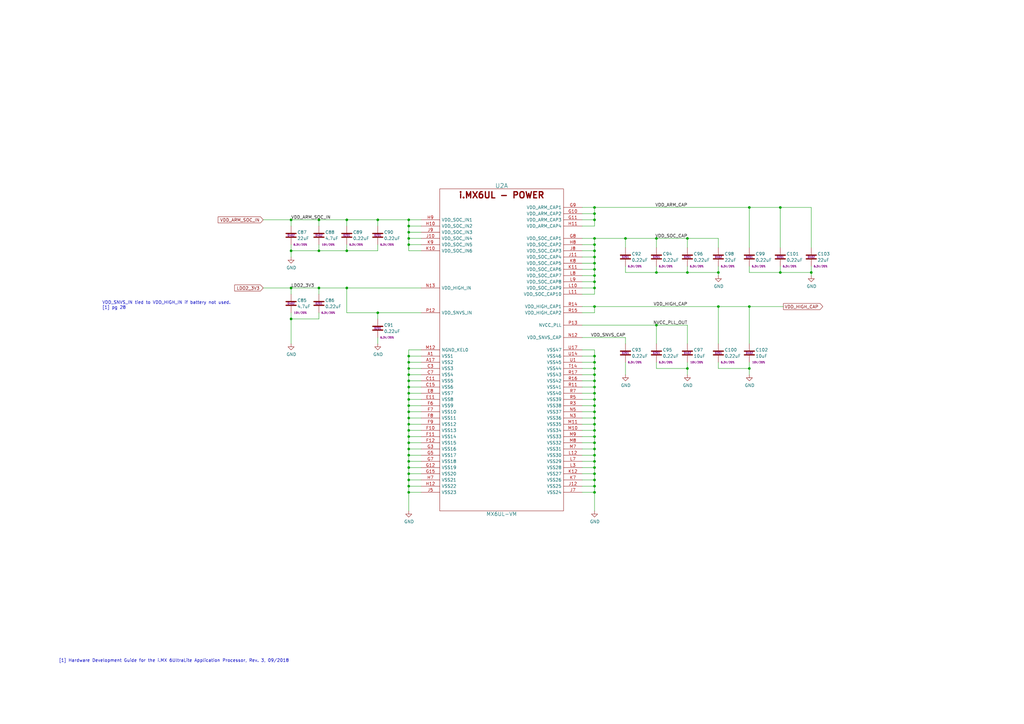
<source format=kicad_sch>
(kicad_sch (version 20230121) (generator eeschema)
  (paper "A3")
  (title_block (title "USB armory Mk II LAN") (date "2023-10-02") (rev "β") (company "WithSecure") (comment 1 "Copyright (c) The USB armory authors") (comment 2 "License: CERN-OHL-S") (comment 3 "https://github.com/usbarmory/usbarmory"))
  (junction (at 269.24 133.35))
  (junction (at 130.81 118.11))
  (junction (at 243.84 105.41))
  (junction (at 167.64 173.99))
  (junction (at 167.64 166.37))
  (junction (at 119.38 90.17))
  (junction (at 243.84 110.49))
  (junction (at 154.94 128.27))
  (junction (at 154.94 90.17))
  (junction (at 167.64 163.83))
  (junction (at 167.64 100.33))
  (junction (at 167.64 201.93))
  (junction (at 167.64 176.53))
  (junction (at 167.64 191.77))
  (junction (at 281.94 111.76))
  (junction (at 269.24 111.76))
  (junction (at 243.84 191.77))
  (junction (at 243.84 184.15))
  (junction (at 167.64 194.31))
  (junction (at 307.34 151.13))
  (junction (at 320.04 85.09))
  (junction (at 332.74 111.76))
  (junction (at 243.84 173.99))
  (junction (at 167.64 189.23))
  (junction (at 119.38 118.11))
  (junction (at 243.84 107.95))
  (junction (at 167.64 151.13))
  (junction (at 167.64 171.45))
  (junction (at 307.34 125.73))
  (junction (at 243.84 97.79))
  (junction (at 243.84 194.31))
  (junction (at 307.34 85.09))
  (junction (at 167.64 153.67))
  (junction (at 243.84 201.93))
  (junction (at 243.84 115.57))
  (junction (at 167.64 92.71))
  (junction (at 243.84 125.73))
  (junction (at 167.64 196.85))
  (junction (at 167.64 199.39))
  (junction (at 142.24 102.87))
  (junction (at 167.64 179.07))
  (junction (at 243.84 179.07))
  (junction (at 243.84 156.21))
  (junction (at 119.38 102.87))
  (junction (at 281.94 97.79))
  (junction (at 167.64 181.61))
  (junction (at 243.84 176.53))
  (junction (at 294.64 111.76))
  (junction (at 243.84 100.33))
  (junction (at 243.84 168.91))
  (junction (at 167.64 186.69))
  (junction (at 243.84 199.39))
  (junction (at 167.64 168.91))
  (junction (at 256.54 97.79))
  (junction (at 167.64 148.59))
  (junction (at 142.24 118.11))
  (junction (at 167.64 156.21))
  (junction (at 269.24 97.79))
  (junction (at 243.84 166.37))
  (junction (at 243.84 102.87))
  (junction (at 142.24 90.17))
  (junction (at 281.94 151.13))
  (junction (at 294.64 125.73))
  (junction (at 243.84 161.29))
  (junction (at 243.84 118.11))
  (junction (at 130.81 90.17))
  (junction (at 243.84 90.17))
  (junction (at 167.64 161.29))
  (junction (at 130.81 102.87))
  (junction (at 243.84 85.09))
  (junction (at 167.64 95.25))
  (junction (at 243.84 171.45))
  (junction (at 243.84 148.59))
  (junction (at 119.38 130.81))
  (junction (at 320.04 111.76))
  (junction (at 167.64 97.79))
  (junction (at 243.84 186.69))
  (junction (at 167.64 158.75))
  (junction (at 243.84 113.03))
  (junction (at 243.84 146.05))
  (junction (at 167.64 184.15))
  (junction (at 243.84 189.23))
  (junction (at 243.84 196.85))
  (junction (at 243.84 153.67))
  (junction (at 167.64 146.05))
  (junction (at 243.84 181.61))
  (junction (at 167.64 90.17))
  (junction (at 243.84 151.13))
  (junction (at 243.84 158.75))
  (junction (at 243.84 163.83))
  (junction (at 243.84 87.63))
  (wire (pts (xy 167.64 184.15) (xy 167.64 186.69)))
  (wire (pts (xy 243.84 105.41) (xy 243.84 102.87)))
  (wire (pts (xy 243.84 163.83) (xy 243.84 166.37)))
  (wire (pts (xy 130.81 90.17) (xy 119.38 90.17)))
  (wire (pts (xy 119.38 130.81) (xy 130.81 130.81)))
  (wire (pts (xy 243.84 201.93) (xy 243.84 209.55)))
  (wire (pts (xy 167.64 148.59) (xy 167.64 151.13)))
  (wire (pts (xy 256.54 138.43) (xy 256.54 140.97)))
  (wire (pts (xy 172.72 173.99) (xy 167.64 173.99)))
  (wire (pts (xy 172.72 97.79) (xy 167.64 97.79)))
  (wire (pts (xy 269.24 97.79) (xy 269.24 101.6)))
  (wire (pts (xy 167.64 102.87) (xy 167.64 100.33)))
  (wire (pts (xy 167.64 161.29) (xy 167.64 163.83)))
  (wire (pts (xy 167.64 166.37) (xy 167.64 168.91)))
  (wire (pts (xy 238.76 153.67) (xy 243.84 153.67)))
  (wire (pts (xy 307.34 140.97) (xy 307.34 125.73)))
  (wire (pts (xy 238.76 102.87) (xy 243.84 102.87)))
  (wire (pts (xy 238.76 105.41) (xy 243.84 105.41)))
  (wire (pts (xy 172.72 181.61) (xy 167.64 181.61)))
  (wire (pts (xy 307.34 148.59) (xy 307.34 151.13)))
  (wire (pts (xy 243.84 97.79) (xy 256.54 97.79)))
  (wire (pts (xy 269.24 133.35) (xy 281.94 133.35)))
  (wire (pts (xy 238.76 120.65) (xy 243.84 120.65)))
  (wire (pts (xy 243.84 199.39) (xy 243.84 201.93)))
  (wire (pts (xy 238.76 138.43) (xy 256.54 138.43)))
  (wire (pts (xy 238.76 148.59) (xy 243.84 148.59)))
  (wire (pts (xy 238.76 171.45) (xy 243.84 171.45)))
  (wire (pts (xy 167.64 100.33) (xy 167.64 97.79)))
  (wire (pts (xy 154.94 128.27) (xy 172.72 128.27)))
  (wire (pts (xy 238.76 184.15) (xy 243.84 184.15)))
  (wire (pts (xy 130.81 90.17) (xy 142.24 90.17)))
  (wire (pts (xy 172.72 194.31) (xy 167.64 194.31)))
  (wire (pts (xy 238.76 189.23) (xy 243.84 189.23)))
  (wire (pts (xy 130.81 100.33) (xy 130.81 102.87)))
  (wire (pts (xy 167.64 163.83) (xy 167.64 166.37)))
  (wire (pts (xy 238.76 168.91) (xy 243.84 168.91)))
  (wire (pts (xy 243.84 191.77) (xy 243.84 194.31)))
  (wire (pts (xy 238.76 186.69) (xy 243.84 186.69)))
  (wire (pts (xy 243.84 125.73) (xy 294.64 125.73)))
  (wire (pts (xy 243.84 186.69) (xy 243.84 189.23)))
  (wire (pts (xy 269.24 151.13) (xy 281.94 151.13)))
  (wire (pts (xy 172.72 158.75) (xy 167.64 158.75)))
  (wire (pts (xy 172.72 199.39) (xy 167.64 199.39)))
  (wire (pts (xy 269.24 140.97) (xy 269.24 133.35)))
  (wire (pts (xy 172.72 161.29) (xy 167.64 161.29)))
  (wire (pts (xy 130.81 120.65) (xy 130.81 118.11)))
  (wire (pts (xy 238.76 191.77) (xy 243.84 191.77)))
  (wire (pts (xy 172.72 92.71) (xy 167.64 92.71)))
  (wire (pts (xy 167.64 92.71) (xy 167.64 90.17)))
  (wire (pts (xy 142.24 92.71) (xy 142.24 90.17)))
  (wire (pts (xy 332.74 85.09) (xy 332.74 101.6)))
  (wire (pts (xy 172.72 168.91) (xy 167.64 168.91)))
  (wire (pts (xy 281.94 109.22) (xy 281.94 111.76)))
  (wire (pts (xy 107.95 118.11) (xy 119.38 118.11)))
  (wire (pts (xy 154.94 92.71) (xy 154.94 90.17)))
  (wire (pts (xy 281.94 111.76) (xy 294.64 111.76)))
  (wire (pts (xy 256.54 111.76) (xy 269.24 111.76)))
  (wire (pts (xy 238.76 166.37) (xy 243.84 166.37)))
  (wire (pts (xy 119.38 102.87) (xy 130.81 102.87)))
  (wire (pts (xy 167.64 189.23) (xy 167.64 191.77)))
  (wire (pts (xy 320.04 111.76) (xy 332.74 111.76)))
  (wire (pts (xy 172.72 166.37) (xy 167.64 166.37)))
  (wire (pts (xy 238.76 146.05) (xy 243.84 146.05)))
  (wire (pts (xy 243.84 173.99) (xy 243.84 176.53)))
  (wire (pts (xy 172.72 102.87) (xy 167.64 102.87)))
  (wire (pts (xy 142.24 128.27) (xy 142.24 118.11)))
  (wire (pts (xy 238.76 113.03) (xy 243.84 113.03)))
  (wire (pts (xy 243.84 120.65) (xy 243.84 118.11)))
  (wire (pts (xy 167.64 201.93) (xy 167.64 209.55)))
  (wire (pts (xy 238.76 128.27) (xy 243.84 128.27)))
  (wire (pts (xy 130.81 92.71) (xy 130.81 90.17)))
  (wire (pts (xy 238.76 158.75) (xy 243.84 158.75)))
  (wire (pts (xy 243.84 128.27) (xy 243.84 125.73)))
  (wire (pts (xy 281.94 97.79) (xy 294.64 97.79)))
  (wire (pts (xy 172.72 148.59) (xy 167.64 148.59)))
  (wire (pts (xy 243.84 107.95) (xy 243.84 105.41)))
  (wire (pts (xy 238.76 133.35) (xy 269.24 133.35)))
  (wire (pts (xy 172.72 163.83) (xy 167.64 163.83)))
  (wire (pts (xy 167.64 168.91) (xy 167.64 171.45)))
  (wire (pts (xy 142.24 100.33) (xy 142.24 102.87)))
  (wire (pts (xy 119.38 90.17) (xy 107.95 90.17)))
  (wire (pts (xy 167.64 173.99) (xy 167.64 176.53)))
  (wire (pts (xy 119.38 90.17) (xy 119.38 92.71)))
  (wire (pts (xy 167.64 90.17) (xy 154.94 90.17)))
  (wire (pts (xy 243.84 171.45) (xy 243.84 173.99)))
  (wire (pts (xy 243.84 156.21) (xy 243.84 158.75)))
  (wire (pts (xy 142.24 90.17) (xy 154.94 90.17)))
  (wire (pts (xy 119.38 120.65) (xy 119.38 118.11)))
  (wire (pts (xy 238.76 196.85) (xy 243.84 196.85)))
  (wire (pts (xy 332.74 113.03) (xy 332.74 111.76)))
  (wire (pts (xy 320.04 85.09) (xy 332.74 85.09)))
  (wire (pts (xy 238.76 201.93) (xy 243.84 201.93)))
  (wire (pts (xy 172.72 156.21) (xy 167.64 156.21)))
  (wire (pts (xy 238.76 163.83) (xy 243.84 163.83)))
  (wire (pts (xy 172.72 153.67) (xy 167.64 153.67)))
  (wire (pts (xy 243.84 166.37) (xy 243.84 168.91)))
  (wire (pts (xy 294.64 148.59) (xy 294.64 151.13)))
  (wire (pts (xy 243.84 85.09) (xy 307.34 85.09)))
  (wire (pts (xy 294.64 111.76) (xy 294.64 113.03)))
  (wire (pts (xy 256.54 101.6) (xy 256.54 97.79)))
  (wire (pts (xy 238.76 92.71) (xy 243.84 92.71)))
  (wire (pts (xy 167.64 156.21) (xy 167.64 158.75)))
  (wire (pts (xy 238.76 118.11) (xy 243.84 118.11)))
  (wire (pts (xy 172.72 189.23) (xy 167.64 189.23)))
  (wire (pts (xy 172.72 191.77) (xy 167.64 191.77)))
  (wire (pts (xy 172.72 151.13) (xy 167.64 151.13)))
  (wire (pts (xy 167.64 194.31) (xy 167.64 196.85)))
  (wire (pts (xy 243.84 143.51) (xy 243.84 146.05)))
  (wire (pts (xy 238.76 143.51) (xy 243.84 143.51)))
  (wire (pts (xy 243.84 113.03) (xy 243.84 110.49)))
  (wire (pts (xy 238.76 110.49) (xy 243.84 110.49)))
  (wire (pts (xy 154.94 100.33) (xy 154.94 102.87)))
  (wire (pts (xy 119.38 102.87) (xy 119.38 105.41)))
  (wire (pts (xy 294.64 97.79) (xy 294.64 101.6)))
  (wire (pts (xy 243.84 181.61) (xy 243.84 184.15)))
  (wire (pts (xy 130.81 118.11) (xy 142.24 118.11)))
  (wire (pts (xy 154.94 128.27) (xy 154.94 130.81)))
  (wire (pts (xy 172.72 184.15) (xy 167.64 184.15)))
  (wire (pts (xy 320.04 101.6) (xy 320.04 85.09)))
  (wire (pts (xy 281.94 140.97) (xy 281.94 133.35)))
  (wire (pts (xy 332.74 109.22) (xy 332.74 111.76)))
  (wire (pts (xy 238.76 151.13) (xy 243.84 151.13)))
  (wire (pts (xy 256.54 97.79) (xy 269.24 97.79)))
  (wire (pts (xy 167.64 186.69) (xy 167.64 189.23)))
  (wire (pts (xy 243.84 125.73) (xy 238.76 125.73)))
  (wire (pts (xy 307.34 109.22) (xy 307.34 111.76)))
  (wire (pts (xy 281.94 151.13) (xy 281.94 153.67)))
  (wire (pts (xy 243.84 179.07) (xy 243.84 181.61)))
  (wire (pts (xy 269.24 97.79) (xy 281.94 97.79)))
  (wire (pts (xy 172.72 179.07) (xy 167.64 179.07)))
  (wire (pts (xy 256.54 148.59) (xy 256.54 153.67)))
  (wire (pts (xy 238.76 115.57) (xy 243.84 115.57)))
  (wire (pts (xy 172.72 186.69) (xy 167.64 186.69)))
  (wire (pts (xy 238.76 194.31) (xy 243.84 194.31)))
  (wire (pts (xy 294.64 151.13) (xy 307.34 151.13)))
  (wire (pts (xy 167.64 181.61) (xy 167.64 184.15)))
  (wire (pts (xy 167.64 95.25) (xy 167.64 92.71)))
  (wire (pts (xy 142.24 128.27) (xy 154.94 128.27)))
  (wire (pts (xy 167.64 153.67) (xy 167.64 156.21)))
  (wire (pts (xy 172.72 90.17) (xy 167.64 90.17)))
  (wire (pts (xy 294.64 140.97) (xy 294.64 125.73)))
  (wire (pts (xy 281.94 97.79) (xy 281.94 101.6)))
  (wire (pts (xy 238.76 173.99) (xy 243.84 173.99)))
  (wire (pts (xy 243.84 118.11) (xy 243.84 115.57)))
  (wire (pts (xy 142.24 118.11) (xy 172.72 118.11)))
  (wire (pts (xy 167.64 151.13) (xy 167.64 153.67)))
  (wire (pts (xy 243.84 158.75) (xy 243.84 161.29)))
  (wire (pts (xy 238.76 107.95) (xy 243.84 107.95)))
  (wire (pts (xy 167.64 179.07) (xy 167.64 181.61)))
  (wire (pts (xy 307.34 101.6) (xy 307.34 85.09)))
  (wire (pts (xy 167.64 199.39) (xy 167.64 201.93)))
  (wire (pts (xy 238.76 90.17) (xy 243.84 90.17)))
  (wire (pts (xy 167.64 176.53) (xy 167.64 179.07)))
  (wire (pts (xy 167.64 171.45) (xy 167.64 173.99)))
  (wire (pts (xy 167.64 191.77) (xy 167.64 194.31)))
  (wire (pts (xy 238.76 156.21) (xy 243.84 156.21)))
  (wire (pts (xy 172.72 143.51) (xy 167.64 143.51)))
  (wire (pts (xy 154.94 138.43) (xy 154.94 140.97)))
  (wire (pts (xy 238.76 87.63) (xy 243.84 87.63)))
  (wire (pts (xy 172.72 100.33) (xy 167.64 100.33)))
  (wire (pts (xy 320.04 109.22) (xy 320.04 111.76)))
  (wire (pts (xy 172.72 196.85) (xy 167.64 196.85)))
  (wire (pts (xy 119.38 130.81) (xy 119.38 140.97)))
  (wire (pts (xy 238.76 179.07) (xy 243.84 179.07)))
  (wire (pts (xy 243.84 196.85) (xy 243.84 199.39)))
  (wire (pts (xy 243.84 151.13) (xy 243.84 153.67)))
  (wire (pts (xy 307.34 151.13) (xy 307.34 153.67)))
  (wire (pts (xy 167.64 143.51) (xy 167.64 146.05)))
  (wire (pts (xy 172.72 146.05) (xy 167.64 146.05)))
  (wire (pts (xy 307.34 125.73) (xy 321.31 125.73)))
  (wire (pts (xy 167.64 158.75) (xy 167.64 161.29)))
  (wire (pts (xy 243.84 87.63) (xy 243.84 85.09)))
  (wire (pts (xy 119.38 100.33) (xy 119.38 102.87)))
  (wire (pts (xy 269.24 151.13) (xy 269.24 148.59)))
  (wire (pts (xy 130.81 102.87) (xy 142.24 102.87)))
  (wire (pts (xy 294.64 111.76) (xy 294.64 109.22)))
  (wire (pts (xy 243.84 176.53) (xy 243.84 179.07)))
  (wire (pts (xy 130.81 128.27) (xy 130.81 130.81)))
  (wire (pts (xy 119.38 118.11) (xy 130.81 118.11)))
  (wire (pts (xy 294.64 125.73) (xy 307.34 125.73)))
  (wire (pts (xy 238.76 100.33) (xy 243.84 100.33)))
  (wire (pts (xy 307.34 111.76) (xy 320.04 111.76)))
  (wire (pts (xy 142.24 102.87) (xy 154.94 102.87)))
  (wire (pts (xy 243.84 100.33) (xy 243.84 97.79)))
  (wire (pts (xy 243.84 146.05) (xy 243.84 148.59)))
  (wire (pts (xy 243.84 115.57) (xy 243.84 113.03)))
  (wire (pts (xy 243.84 90.17) (xy 243.84 87.63)))
  (wire (pts (xy 238.76 181.61) (xy 243.84 181.61)))
  (wire (pts (xy 238.76 97.79) (xy 243.84 97.79)))
  (wire (pts (xy 243.84 153.67) (xy 243.84 156.21)))
  (wire (pts (xy 269.24 111.76) (xy 281.94 111.76)))
  (wire (pts (xy 243.84 110.49) (xy 243.84 107.95)))
  (wire (pts (xy 238.76 176.53) (xy 243.84 176.53)))
  (wire (pts (xy 238.76 161.29) (xy 243.84 161.29)))
  (wire (pts (xy 307.34 85.09) (xy 320.04 85.09)))
  (wire (pts (xy 243.84 194.31) (xy 243.84 196.85)))
  (wire (pts (xy 243.84 168.91) (xy 243.84 171.45)))
  (wire (pts (xy 256.54 109.22) (xy 256.54 111.76)))
  (wire (pts (xy 167.64 196.85) (xy 167.64 199.39)))
  (wire (pts (xy 238.76 199.39) (xy 243.84 199.39)))
  (wire (pts (xy 243.84 148.59) (xy 243.84 151.13)))
  (wire (pts (xy 119.38 128.27) (xy 119.38 130.81)))
  (wire (pts (xy 238.76 85.09) (xy 243.84 85.09)))
  (wire (pts (xy 243.84 189.23) (xy 243.84 191.77)))
  (wire (pts (xy 243.84 184.15) (xy 243.84 186.69)))
  (wire (pts (xy 172.72 95.25) (xy 167.64 95.25)))
  (wire (pts (xy 167.64 146.05) (xy 167.64 148.59)))
  (wire (pts (xy 172.72 201.93) (xy 167.64 201.93)))
  (wire (pts (xy 172.72 171.45) (xy 167.64 171.45)))
  (wire (pts (xy 269.24 109.22) (xy 269.24 111.76)))
  (wire (pts (xy 167.64 97.79) (xy 167.64 95.25)))
  (wire (pts (xy 172.72 176.53) (xy 167.64 176.53)))
  (wire (pts (xy 243.84 161.29) (xy 243.84 163.83)))
  (wire (pts (xy 281.94 148.59) (xy 281.94 151.13)))
  (wire (pts (xy 243.84 102.87) (xy 243.84 100.33)))
  (wire (pts (xy 243.84 92.71) (xy 243.84 90.17)))
  (text "VDD_SNVS_IN tied to VDD_HIGH_IN if battery not used.\n[1] pg 28" (at 41.91 127 0) (effects (font (size 1.27 1.27)) (justify left bottom)))
  (text "[1] Hardware Development Guide for the i.MX 6UltraLite Application Processor, Rev. 3, 09/2018\n" (at 24.13 271.78 0) (effects (font (size 1.27 1.27)) (justify left bottom)))
  (label "VDD_ARM_SOC_IN" (at 119.38 90.17 0))
  (label "VDD_ARM_CAP" (at 281.94 85.09 180))
  (label "LDO2_3V3" (at 119.38 118.11 0))
  (label "VDD_SOC_CAP" (at 281.94 97.79 180))
  (label "NVCC_PLL_OUT" (at 281.94 133.35 180))
  (label "VDD_SNVS_CAP" (at 256.54 138.43 180))
  (label "VDD_HIGH_CAP" (at 281.94 125.73 180))
  (global_label "VDD_ARM_SOC_IN" (shape input) (at 107.95 90.17 180) (property "Intersheetrefs" "${INTERSHEET_REFS}" (effects hide)))
  (global_label "VDD_HIGH_CAP" (shape output) (at 321.31 125.73 0) (property "Intersheetrefs" "${INTERSHEET_REFS}" (effects hide)))
  (global_label "LDO2_3V3" (shape input) (at 107.95 118.11 180) (property "Intersheetrefs" "${INTERSHEET_REFS}" (effects hide)))
  (symbol (lib_id "Power:GND") (at 332.74 113.03 0) (unit 1)
    (property "Reference" "#PWR079" (effects hide))
    (property "Value" "GND" (at 332.867 117.4242 0))
  )
  (symbol (lib_id "Power:GND") (at 154.94 140.97 0) (unit 1)
    (property "Reference" "#PWR072" (effects hide))
    (property "Value" "GND" (at 155.067 145.3642 0))
  )
  (symbol (lib_id "Power:GND") (at 243.84 209.55 0) (unit 1)
    (property "Reference" "#PWR074" (effects hide))
    (property "Value" "GND" (at 243.967 213.9442 0))
  )
  (symbol (lib_id "Power:GND") (at 167.64 209.55 0) (unit 1)
    (property "Reference" "#PWR073" (effects hide))
    (property "Value" "GND" (at 167.767 213.9442 0))
  )
  (symbol (lib_id "Power:GND") (at 294.64 113.03 0) (unit 1)
    (property "Reference" "#PWR077" (effects hide))
    (property "Value" "GND" (at 294.767 117.4242 0))
  )
  (symbol (lib_id "Power:GND") (at 307.34 153.67 0) (unit 1)
    (property "Reference" "#PWR078" (effects hide))
    (property "Value" "GND" (at 307.467 158.0642 0))
  )
  (symbol (lib_id "Power:GND") (at 281.94 153.67 0) (unit 1)
    (property "Reference" "#PWR076" (effects hide))
    (property "Value" "GND" (at 282.067 158.0642 0))
  )
  (symbol (lib_id "Power:GND") (at 119.38 105.41 0) (unit 1)
    (property "Reference" "#PWR071" (effects hide))
    (property "Value" "GND" (at 119.507 109.8042 0))
  )
  (symbol (lib_id "Power:GND") (at 119.38 140.97 0) (unit 1)
    (property "Reference" "#PWR070" (effects hide))
    (property "Value" "GND" (at 119.507 145.3642 0))
  )
  (symbol (lib_id "armory-mkII:MX6UL-VM") (at 205.74 77.47 0) (unit 1)
    (property "Reference" "U2" (at 205.74 76.2 0) (effects (font (size 1.778 1.778))))
    (property "Value" "MX6UL-VM" (at 205.74 210.82 0) (effects (font (size 1.524 1.524))))
    (property "Footprint" "armory-kicad:SOT1534-2" (effects hide))
    (property "Datasheet" "https://www.nxp.com/docs/en/data-sheet/IMX6ULLCEC.pdf" (effects hide))
    (property "Mfg" "NXP" (effects hide))
    (property "Mfg PN" "MCIMX6Y2DVM09AB" (effects hide))
    (property "Desc" "SoC" (effects hide))
    (property "Supplier" "Digikey" (effects hide))
    (property "Supplier PN" "568-14995-ND" (effects hide))
  )
  (symbol (lib_id "Device:C") (at 119.38 96.52 0) (unit 1)
    (property "Reference" "C87" (at 121.92 95.25 0) (effects (justify left)))
    (property "Value" "22uF" (at 121.92 97.79 0) (effects (justify left)))
    (property "Footprint" "armory-kicad:SM0402" (effects hide))
    (property "Mfg" "Murata Electronics North America" (effects hide))
    (property "Mfg PN" "CL05A226MQ5N6J8" (effects hide))
    (property "Desc" "X5R, 20%, 6.3V" (effects hide))
    (property "Supplier" "Digikey" (effects hide))
    (property "Supplier PN" "1276-7090-2-ND" (effects hide))
    (property "FP" "0402" (at 119.38 96.52 0) (effects (font (size 0.762 0.762))))
    (property "Rating" "6.3V/20%" (at 123.19 100.33 0) (effects (font (size 0.762 0.762))))
    (property "Alternative PN" "CL05A226MQ6ZUN8" (effects hide))
  )
  (symbol (lib_id "Device:C") (at 142.24 96.52 0) (unit 1)
    (property "Reference" "C89" (at 144.78 95.25 0) (effects (justify left)))
    (property "Value" "0.22uF" (at 144.78 97.79 0) (effects (justify left)))
    (property "Footprint" "armory-kicad:SM0201" (effects hide))
    (property "Mfg" "Murata Electronics North America" (effects hide))
    (property "Mfg PN" "GRM033R60J224ME15D" (effects hide))
    (property "Desc" "X5R, 20%, 6.3V" (effects hide))
    (property "Supplier" "Digikey" (effects hide))
    (property "Supplier PN" "490-10407-1-ND" (effects hide))
    (property "FP" "0201" (at 142.24 96.52 0) (effects (font (size 0.762 0.762))))
    (property "Rating" "6.3V/20%" (at 146.05 100.33 0) (effects (font (size 0.762 0.762))))
  )
  (symbol (lib_id "Device:C") (at 154.94 96.52 0) (unit 1)
    (property "Reference" "C90" (at 157.48 95.25 0) (effects (justify left)))
    (property "Value" "0.22uF" (at 157.48 97.79 0) (effects (justify left)))
    (property "Footprint" "armory-kicad:SM0201" (effects hide))
    (property "Mfg" "Murata Electronics North America" (effects hide))
    (property "Mfg PN" "GRM033R60J224ME15D" (effects hide))
    (property "Desc" "X5R, 20%, 6.3V" (effects hide))
    (property "Supplier" "Digikey" (effects hide))
    (property "Supplier PN" "490-10407-1-ND" (effects hide))
    (property "FP" "0201" (at 154.94 96.52 0) (effects (font (size 0.762 0.762))))
    (property "Rating" "6.3V/20%" (at 158.75 100.33 0) (effects (font (size 0.762 0.762))))
  )
  (symbol (lib_id "Device:C") (at 130.81 96.52 0) (unit 1)
    (property "Reference" "C88" (at 133.35 95.25 0) (effects (justify left)))
    (property "Value" "4.7uF" (at 133.35 97.79 0) (effects (justify left)))
    (property "Footprint" "armory-kicad:SM0402" (effects hide))
    (property "Mfg" "Murata Electronics North America" (effects hide))
    (property "Mfg PN" "ZRB15XR61A475ME01D" (effects hide))
    (property "Desc" "X5R, 20%, 10V" (effects hide))
    (property "Supplier" "Digikey" (effects hide))
    (property "Supplier PN" "490-10984-1-ND" (effects hide))
    (property "FP" "0402" (at 130.81 96.52 0) (effects (font (size 0.762 0.762))))
    (property "Rating" "10V/20%" (at 134.62 100.33 0) (effects (font (size 0.762 0.762))))
  )
  (symbol (lib_id "Device:C") (at 130.81 124.46 0) (unit 1)
    (property "Reference" "C86" (at 133.35 123.19 0) (effects (justify left)))
    (property "Value" "0.22uF" (at 133.35 125.73 0) (effects (justify left)))
    (property "Footprint" "armory-kicad:SM0201" (effects hide))
    (property "Mfg" "Murata Electronics North America" (effects hide))
    (property "Mfg PN" "GRM033R60J224ME15D" (effects hide))
    (property "Desc" "X5R, 20%, 6.3V" (effects hide))
    (property "Supplier" "Digikey" (effects hide))
    (property "Supplier PN" "490-10407-1-ND" (effects hide))
    (property "FP" "0201" (at 130.81 124.46 0) (effects (font (size 0.762 0.762))))
    (property "Rating" "6.3V/20%" (at 134.62 128.27 0) (effects (font (size 0.762 0.762))))
  )
  (symbol (lib_id "Device:C") (at 119.38 124.46 0) (unit 1)
    (property "Reference" "C85" (at 121.92 123.19 0) (effects (justify left)))
    (property "Value" "4.7uF" (at 121.92 125.73 0) (effects (justify left)))
    (property "Footprint" "armory-kicad:SM0402" (effects hide))
    (property "Mfg" "Murata Electronics North America" (effects hide))
    (property "Mfg PN" "ZRB15XR61A475ME01D" (effects hide))
    (property "Desc" "X5R, 20%, 10V" (effects hide))
    (property "Supplier" "Digikey" (effects hide))
    (property "Supplier PN" "490-10984-1-ND" (effects hide))
    (property "FP" "0402" (at 119.38 124.46 0) (effects (font (size 0.762 0.762))))
    (property "Rating" "10V/20%" (at 123.19 128.27 0) (effects (font (size 0.762 0.762))))
  )
  (symbol (lib_id "Device:C") (at 154.94 134.62 0) (unit 1)
    (property "Reference" "C91" (at 157.48 133.35 0) (effects (justify left)))
    (property "Value" "0.22uF" (at 157.48 135.89 0) (effects (justify left)))
    (property "Footprint" "armory-kicad:SM0201" (effects hide))
    (property "Mfg" "Murata Electronics North America" (effects hide))
    (property "Mfg PN" "GRM033R60J224ME15D" (effects hide))
    (property "Desc" "X5R, 20%, 6.3V" (effects hide))
    (property "Supplier" "Digikey" (effects hide))
    (property "Supplier PN" "490-10407-1-ND" (effects hide))
    (property "FP" "0201" (at 154.94 134.62 0) (effects (font (size 0.762 0.762))))
    (property "Rating" "6.3V/20%" (at 158.75 138.43 0) (effects (font (size 0.762 0.762))))
  )
  (symbol (lib_id "Device:C") (at 307.34 105.41 0) (unit 1)
    (property "Reference" "C99" (at 309.88 104.14 0) (effects (justify left)))
    (property "Value" "0.22uF" (at 309.88 106.68 0) (effects (justify left)))
    (property "Footprint" "armory-kicad:SM0201" (effects hide))
    (property "Mfg" "Murata Electronics North America" (effects hide))
    (property "Mfg PN" "GRM033R60J224ME15D" (effects hide))
    (property "Desc" "X5R, 20%, 6.3V" (effects hide))
    (property "Supplier" "Digikey" (effects hide))
    (property "Supplier PN" "490-10407-1-ND" (effects hide))
    (property "FP" "0201" (at 307.34 105.41 0) (effects (font (size 0.762 0.762))))
    (property "Rating" "6.3V/20%" (at 311.15 109.22 0) (effects (font (size 0.762 0.762))))
  )
  (symbol (lib_id "Device:C") (at 320.04 105.41 0) (unit 1)
    (property "Reference" "C101" (at 322.58 104.14 0) (effects (justify left)))
    (property "Value" "0.22uF" (at 322.58 106.68 0) (effects (justify left)))
    (property "Footprint" "armory-kicad:SM0201" (effects hide))
    (property "Mfg" "Murata Electronics North America" (effects hide))
    (property "Mfg PN" "GRM033R60J224ME15D" (effects hide))
    (property "Desc" "X5R, 20%, 6.3V" (effects hide))
    (property "Supplier" "Digikey" (effects hide))
    (property "Supplier PN" "490-10407-1-ND" (effects hide))
    (property "FP" "0201" (at 320.04 105.41 0) (effects (font (size 0.762 0.762))))
    (property "Rating" "6.3V/20%" (at 323.85 109.22 0) (effects (font (size 0.762 0.762))))
  )
  (symbol (lib_id "Device:C") (at 332.74 105.41 0) (unit 1)
    (property "Reference" "C103" (at 335.28 104.14 0) (effects (justify left)))
    (property "Value" "22uF" (at 335.28 106.68 0) (effects (justify left)))
    (property "Footprint" "armory-kicad:SM0402" (effects hide))
    (property "Mfg" "Murata Electronics North America" (effects hide))
    (property "Mfg PN" "CL05A226MQ5N6J8" (effects hide))
    (property "Desc" "X5R, 20%, 6.3V" (effects hide))
    (property "Supplier" "Digikey" (effects hide))
    (property "Supplier PN" "1276-7090-2-ND" (effects hide))
    (property "FP" "0402" (at 332.74 105.41 0) (effects (font (size 0.762 0.762))))
    (property "Rating" "6.3V/20%" (at 336.55 109.22 0) (effects (font (size 0.762 0.762))))
    (property "Alternative PN" "CL05A226MQ6ZUN8" (effects hide))
  )
  (symbol (lib_id "Device:C") (at 269.24 105.41 0) (unit 1)
    (property "Reference" "C94" (at 271.78 104.14 0) (effects (justify left)))
    (property "Value" "0.22uF" (at 271.78 106.68 0) (effects (justify left)))
    (property "Footprint" "armory-kicad:SM0201" (effects hide))
    (property "Mfg" "Murata Electronics North America" (effects hide))
    (property "Mfg PN" "GRM033R60J224ME15D" (effects hide))
    (property "Desc" "X5R, 20%, 6.3V" (effects hide))
    (property "Supplier" "Digikey" (effects hide))
    (property "Supplier PN" "490-10407-1-ND" (effects hide))
    (property "FP" "0201" (at 269.24 105.41 0) (effects (font (size 0.762 0.762))))
    (property "Rating" "6.3V/20%" (at 273.05 109.22 0) (effects (font (size 0.762 0.762))))
  )
  (symbol (lib_id "Device:C") (at 281.94 105.41 0) (unit 1)
    (property "Reference" "C96" (at 284.48 104.14 0) (effects (justify left)))
    (property "Value" "0.22uF" (at 284.48 106.68 0) (effects (justify left)))
    (property "Footprint" "armory-kicad:SM0201" (effects hide))
    (property "Mfg" "Murata Electronics North America" (effects hide))
    (property "Mfg PN" "GRM033R60J224ME15D" (effects hide))
    (property "Desc" "X5R, 20%, 6.3V" (effects hide))
    (property "Supplier" "Digikey" (effects hide))
    (property "Supplier PN" "490-10407-1-ND" (effects hide))
    (property "FP" "0201" (at 281.94 105.41 0) (effects (font (size 0.762 0.762))))
    (property "Rating" "6.3V/20%" (at 285.75 109.22 0) (effects (font (size 0.762 0.762))))
  )
  (symbol (lib_id "Device:C") (at 294.64 105.41 0) (unit 1)
    (property "Reference" "C98" (at 297.18 104.14 0) (effects (justify left)))
    (property "Value" "22uF" (at 297.18 106.68 0) (effects (justify left)))
    (property "Footprint" "armory-kicad:SM0402" (effects hide))
    (property "Mfg" "Murata Electronics North America" (effects hide))
    (property "Mfg PN" "CL05A226MQ5N6J8" (effects hide))
    (property "Desc" "X5R, 20%, 6.3V" (effects hide))
    (property "Supplier" "Digikey" (effects hide))
    (property "Supplier PN" "1276-7090-2-ND" (effects hide))
    (property "FP" "0402" (at 294.64 105.41 0) (effects (font (size 0.762 0.762))))
    (property "Rating" "6.3V/20%" (at 298.45 109.22 0) (effects (font (size 0.762 0.762))))
    (property "Alternative PN" "CL05A226MQ6ZUN8" (effects hide))
  )
  (symbol (lib_id "Device:C") (at 256.54 105.41 0) (unit 1)
    (property "Reference" "C92" (at 259.08 104.14 0) (effects (justify left)))
    (property "Value" "0.22uF" (at 259.08 106.68 0) (effects (justify left)))
    (property "Footprint" "armory-kicad:SM0201" (effects hide))
    (property "Mfg" "Murata Electronics North America" (effects hide))
    (property "Mfg PN" "GRM033R60J224ME15D" (effects hide))
    (property "Desc" "X5R, 20%, 6.3V" (effects hide))
    (property "Supplier" "Digikey" (effects hide))
    (property "Supplier PN" "490-10407-1-ND" (effects hide))
    (property "FP" "0201" (at 256.54 105.41 0) (effects (font (size 0.762 0.762))))
    (property "Rating" "6.3V/20%" (at 260.35 109.22 0) (effects (font (size 0.762 0.762))))
  )
  (symbol (lib_id "Device:C") (at 256.54 144.78 0) (unit 1)
    (property "Reference" "C93" (at 259.08 143.51 0) (effects (justify left)))
    (property "Value" "0.22uF" (at 259.08 146.05 0) (effects (justify left)))
    (property "Footprint" "armory-kicad:SM0201" (effects hide))
    (property "Mfg" "Murata Electronics North America" (effects hide))
    (property "Mfg PN" "GRM033R60J224ME15D" (effects hide))
    (property "Desc" "X5R, 20%, 6.3V" (effects hide))
    (property "Supplier" "Digikey" (effects hide))
    (property "Supplier PN" "490-10407-1-ND" (effects hide))
    (property "FP" "0201" (at 256.54 144.78 0) (effects (font (size 0.762 0.762))))
    (property "Rating" "6.3V/20%" (at 260.35 148.59 0) (effects (font (size 0.762 0.762))))
  )
  (symbol (lib_id "Device:C") (at 269.24 144.78 0) (unit 1)
    (property "Reference" "C95" (at 271.78 143.51 0) (effects (justify left)))
    (property "Value" "0.22uF" (at 271.78 146.05 0) (effects (justify left)))
    (property "Footprint" "armory-kicad:SM0201" (effects hide))
    (property "Mfg" "Murata Electronics North America" (effects hide))
    (property "Mfg PN" "GRM033R60J224ME15D" (effects hide))
    (property "Desc" "X5R, 20%, 6.3V" (effects hide))
    (property "Supplier" "Digikey" (effects hide))
    (property "Supplier PN" "490-10407-1-ND" (effects hide))
    (property "FP" "0201" (at 269.24 144.78 0) (effects (font (size 0.762 0.762))))
    (property "Rating" "6.3V/20%" (at 273.05 148.59 0) (effects (font (size 0.762 0.762))))
  )
  (symbol (lib_id "Device:C") (at 294.64 144.78 0) (unit 1)
    (property "Reference" "C100" (at 297.18 143.51 0) (effects (justify left)))
    (property "Value" "0.22uF" (at 297.18 146.05 0) (effects (justify left)))
    (property "Footprint" "armory-kicad:SM0201" (effects hide))
    (property "Mfg" "Murata Electronics North America" (effects hide))
    (property "Mfg PN" "GRM033R60J224ME15D" (effects hide))
    (property "Desc" "X5R, 20%, 6.3V" (effects hide))
    (property "Supplier" "Digikey" (effects hide))
    (property "Supplier PN" "490-10407-1-ND" (effects hide))
    (property "FP" "0201" (at 294.64 144.78 0) (effects (font (size 0.762 0.762))))
    (property "Rating" "6.3V/20%" (at 298.45 148.59 0) (effects (font (size 0.762 0.762))))
  )
  (symbol (lib_id "Device:C") (at 307.34 144.78 0) (unit 1)
    (property "Reference" "C102" (at 309.88 143.51 0) (effects (justify left)))
    (property "Value" "10uF" (at 309.88 146.05 0) (effects (justify left)))
    (property "Footprint" "armory-kicad:SM0402" (effects hide))
    (property "Mfg" "Samsung Electro-Mechanics" (effects hide))
    (property "Mfg PN" "CL05A106MP8NUB8" (effects hide))
    (property "Desc" "X5R, 20%, 10V" (effects hide))
    (property "Supplier" "Digikey" (effects hide))
    (property "Supplier PN" "1276-6830-1-ND" (effects hide))
    (property "FP" "0402" (at 307.34 144.78 0) (effects (font (size 0.762 0.762))))
    (property "Rating" "10V/20%" (at 311.15 148.59 0) (effects (font (size 0.762 0.762))))
  )
  (symbol (lib_id "Device:C") (at 281.94 144.78 0) (unit 1)
    (property "Reference" "C97" (at 284.48 143.51 0) (effects (justify left)))
    (property "Value" "10uF" (at 284.48 146.05 0) (effects (justify left)))
    (property "Footprint" "armory-kicad:SM0402" (effects hide))
    (property "Mfg" "Samsung Electro-Mechanics" (effects hide))
    (property "Mfg PN" "CL05A106MP8NUB8" (effects hide))
    (property "Desc" "X5R, 20%, 10V" (effects hide))
    (property "Supplier" "Digikey" (effects hide))
    (property "Supplier PN" "1276-6830-1-ND" (effects hide))
    (property "FP" "0402" (at 281.94 144.78 0) (effects (font (size 0.762 0.762))))
    (property "Rating" "10V/20%" (at 285.75 148.59 0) (effects (font (size 0.762 0.762))))
  )
  (symbol (lib_id "Power:GND") (at 256.54 153.67 0) (unit 1)
    (property "Reference" "#PWR075" (effects hide))
    (property "Value" "GND" (at 256.667 158.0642 0))
  )
)
</source>
